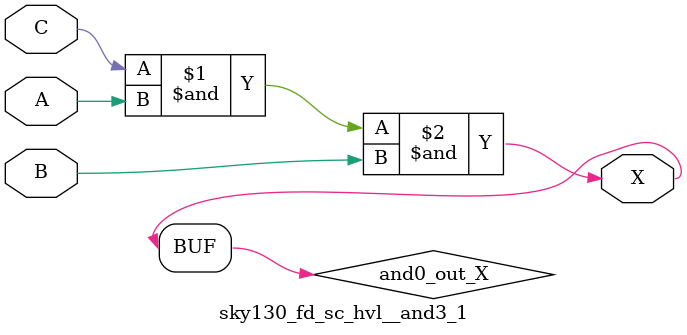
<source format=v>
/*
 * Copyright 2020 The SkyWater PDK Authors
 *
 * Licensed under the Apache License, Version 2.0 (the "License");
 * you may not use this file except in compliance with the License.
 * You may obtain a copy of the License at
 *
 *     https://www.apache.org/licenses/LICENSE-2.0
 *
 * Unless required by applicable law or agreed to in writing, software
 * distributed under the License is distributed on an "AS IS" BASIS,
 * WITHOUT WARRANTIES OR CONDITIONS OF ANY KIND, either express or implied.
 * See the License for the specific language governing permissions and
 * limitations under the License.
 *
 * SPDX-License-Identifier: Apache-2.0
*/


`ifndef SKY130_FD_SC_HVL__AND3_1_FUNCTIONAL_V
`define SKY130_FD_SC_HVL__AND3_1_FUNCTIONAL_V

/**
 * and3: 3-input AND.
 *
 * Verilog simulation functional model.
 */

`timescale 1ns / 1ps
`default_nettype none

`celldefine
module sky130_fd_sc_hvl__and3_1 (
    X,
    A,
    B,
    C
);

    // Module ports
    output X;
    input  A;
    input  B;
    input  C;

    // Local signals
    wire and0_out_X;

    //  Name  Output      Other arguments
    and and0 (and0_out_X, C, A, B        );
    buf buf0 (X         , and0_out_X     );

endmodule
`endcelldefine

`default_nettype wire
`endif  // SKY130_FD_SC_HVL__AND3_1_FUNCTIONAL_V

</source>
